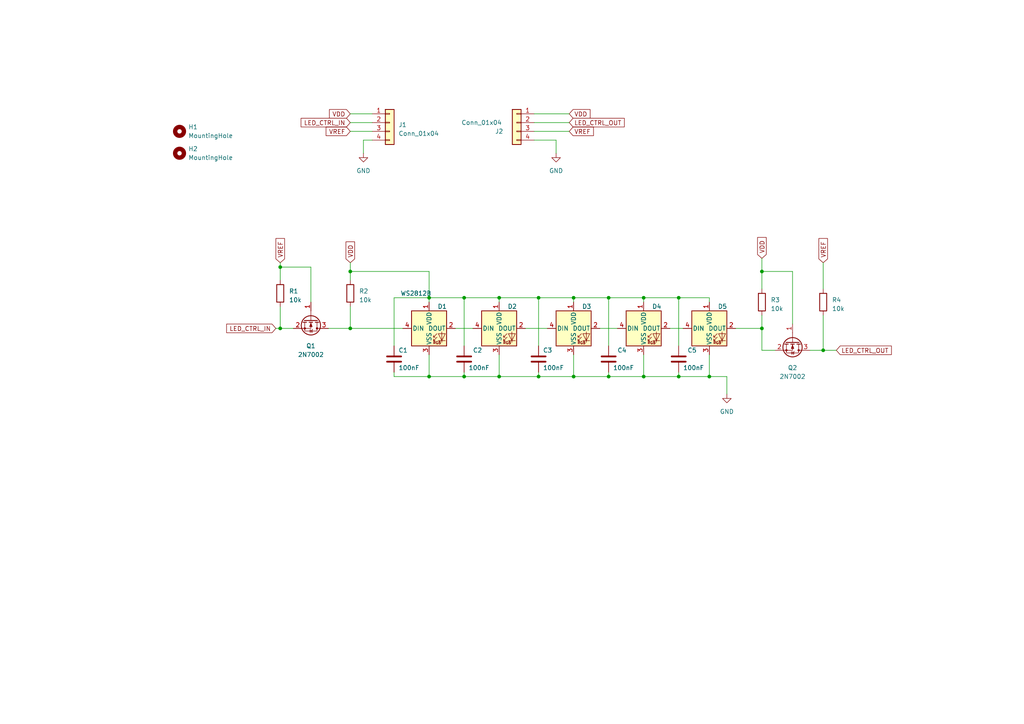
<source format=kicad_sch>
(kicad_sch (version 20230121) (generator eeschema)
  (paper "A4")
  (title_block (company "chof.org"))
  (lib_symbols
    (symbol "Connector_Generic:Conn_01x04" (pin_names (offset 1.016) hide)
      (property "Reference" "J" (at 0 5.08 0))
      (property "Value" "Conn_01x04" (at 0 -7.62 0))
      (symbol "Conn_01x04_1_1"
        (rectangle (start -1.27 -4.953) (end 0 -5.207) (stroke (width 0.1524)))
        (rectangle (start -1.27 -2.413) (end 0 -2.667) (stroke (width 0.1524)))
        (rectangle (start -1.27 0.127) (end 0 -0.127) (stroke (width 0.1524)))
        (rectangle (start -1.27 2.667) (end 0 2.413) (stroke (width 0.1524)))
        (rectangle (start -1.27 3.81) (end 1.27 -6.35) (stroke (width 0.254)) (fill (type background)))
        (pin passive line (at -5.08 2.54 0) (length 3.81) (name "Pin_1") (number "1"))
        (pin passive line (at -5.08 0 0) (length 3.81) (name "Pin_2") (number "2"))
        (pin passive line (at -5.08 -2.54 0) (length 3.81) (name "Pin_3") (number "3"))
        (pin passive line (at -5.08 -5.08 0) (length 3.81) (name "Pin_4") (number "4"))
      )
    )
    (symbol "Device:C" (pin_numbers hide) (pin_names (offset 0.254))
      (property "Reference" "C" (at 0.635 2.54 0))
      (property "Value" "C" (at 0.635 -2.54 0))
      (symbol "C_0_1"
        (polyline (pts (xy -2.032 -0.762) (xy 2.032 -0.762)) (stroke (width 0.508)))
        (polyline (pts (xy -2.032 0.762) (xy 2.032 0.762)) (stroke (width 0.508)))
      )
      (symbol "C_1_1"
        (pin passive line (at 0 3.81 270) (length 2.794) (name "~") (number "1"))
        (pin passive line (at 0 -3.81 90) (length 2.794) (name "~") (number "2"))
      )
    )
    (symbol "Device:R" (pin_numbers hide) (pin_names (offset 0))
      (property "Reference" "R" (at 2.032 0 90))
      (property "Value" "R" (at 0 0 90))
      (symbol "R_0_1"
        (rectangle (start -1.016 -2.54) (end 1.016 2.54) (stroke (width 0.254)))
      )
      (symbol "R_1_1"
        (pin passive line (at 0 3.81 270) (length 1.27) (name "~") (number "1"))
        (pin passive line (at 0 -3.81 90) (length 1.27) (name "~") (number "2"))
      )
    )
    (symbol "LED:WS2812B" (pin_names (offset 0.254))
      (property "Reference" "D" (at 5.08 5.715 0))
      (property "Value" "WS2812B" (at 1.27 -5.715 0))
      (symbol "WS2812B_0_0"
        (text "RGB" (at 2.286 -4.191 0) (effects (font (size 0.762 0.762))))
      )
      (symbol "WS2812B_0_1"
        (polyline (pts (xy 1.27 -3.556) (xy 1.778 -3.556)))
        (polyline (pts (xy 1.27 -2.54) (xy 1.778 -2.54)))
        (polyline (pts (xy 4.699 -3.556) (xy 2.667 -3.556)))
        (polyline (pts (xy 2.286 -2.54) (xy 1.27 -3.556) (xy 1.27 -3.048)))
        (polyline (pts (xy 2.286 -1.524) (xy 1.27 -2.54) (xy 1.27 -2.032)))
        (polyline (pts (xy 3.683 -1.016) (xy 3.683 -3.556) (xy 3.683 -4.064)))
        (polyline (pts (xy 4.699 -1.524) (xy 2.667 -1.524) (xy 3.683 -3.556) (xy 4.699 -1.524)))
        (rectangle (start 5.08 5.08) (end -5.08 -5.08) (stroke (width 0.254)) (fill (type background)))
      )
      (symbol "WS2812B_1_1"
        (pin power_in line (at 0 7.62 270) (length 2.54) (name "VDD") (number "1"))
        (pin output line (at 7.62 0 180) (length 2.54) (name "DOUT") (number "2"))
        (pin power_in line (at 0 -7.62 90) (length 2.54) (name "VSS") (number "3"))
        (pin input line (at -7.62 0 0) (length 2.54) (name "DIN") (number "4"))
      )
    )
    (symbol "Mechanical:MountingHole" (pin_names (offset 1.016))
      (property "Reference" "H" (at 0 5.08 0))
      (property "Value" "MountingHole" (at 0 3.175 0))
      (symbol "MountingHole_0_1"
        (circle (center 0 0) (radius 1.27) (stroke (width 1.27)))
      )
    )
    (symbol "Transistor_FET:2N7002" (pin_names hide)
      (property "Reference" "Q" (at 5.08 1.905 0))
      (property "Value" "2N7002" (at 5.08 0 0))
      (symbol "2N7002_0_1"
        (polyline (pts (xy 0.254 0) (xy -2.54 0)))
        (polyline (pts (xy 0.254 1.905) (xy 0.254 -1.905)) (stroke (width 0.254)))
        (polyline (pts (xy 0.762 -1.27) (xy 0.762 -2.286)) (stroke (width 0.254)))
        (polyline (pts (xy 0.762 0.508) (xy 0.762 -0.508)) (stroke (width 0.254)))
        (polyline (pts (xy 0.762 2.286) (xy 0.762 1.27)) (stroke (width 0.254)))
        (polyline (pts (xy 2.54 2.54) (xy 2.54 1.778)))
        (polyline (pts (xy 2.54 -2.54) (xy 2.54 0) (xy 0.762 0)))
        (polyline (pts (xy 0.762 -1.778) (xy 3.302 -1.778) (xy 3.302 1.778) (xy 0.762 1.778)))
        (polyline (pts (xy 1.016 0) (xy 2.032 0.381) (xy 2.032 -0.381) (xy 1.016 0)) (fill (type outline)))
        (polyline (pts (xy 2.794 0.508) (xy 2.921 0.381) (xy 3.683 0.381) (xy 3.81 0.254)))
        (polyline (pts (xy 3.302 0.381) (xy 2.921 -0.254) (xy 3.683 -0.254) (xy 3.302 0.381)))
        (circle (center 1.651 0) (radius 2.794) (stroke (width 0.254)))
        (circle (center 2.54 -1.778) (radius 0.254) (fill (type outline)))
        (circle (center 2.54 1.778) (radius 0.254) (fill (type outline)))
      )
      (symbol "2N7002_1_1"
        (pin input line (at -5.08 0 0) (length 2.54) (name "G") (number "1"))
        (pin passive line (at 2.54 -5.08 90) (length 2.54) (name "S") (number "2"))
        (pin passive line (at 2.54 5.08 270) (length 2.54) (name "D") (number "3"))
      )
    )
    (symbol "power:GND" (power) (pin_names (offset 0))
      (property "Value" "GND" (at 0 -3.81 0))
      (symbol "GND_0_1"
        (polyline (pts (xy 0 0) (xy 0 -1.27) (xy 1.27 -1.27) (xy 0 -2.54) (xy -1.27 -1.27) (xy 0 -1.27)))
      )
      (symbol "GND_1_1"
        (pin power_in line (at 0 0 270) (length 0) hide (name "GND") (number "1"))
      )
    )
  )
  (junction (at 124.46 109.22))
  (junction (at 166.37 86.36))
  (junction (at 81.28 77.47))
  (junction (at 134.62 109.22))
  (junction (at 220.98 95.25))
  (junction (at 144.78 109.22))
  (junction (at 220.98 78.74))
  (junction (at 101.6 78.74))
  (junction (at 156.21 86.36))
  (junction (at 176.53 86.36))
  (junction (at 156.21 109.22))
  (junction (at 144.78 86.36))
  (junction (at 238.76 101.6))
  (junction (at 166.37 109.22))
  (junction (at 124.46 86.36))
  (junction (at 196.85 109.22))
  (junction (at 81.28 95.25))
  (junction (at 101.6 95.25))
  (junction (at 186.69 86.36))
  (junction (at 134.62 86.36))
  (junction (at 196.85 86.36))
  (junction (at 186.69 109.22))
  (junction (at 205.74 109.22))
  (junction (at 176.53 109.22))
  (wire (pts (xy 95.25 95.25) (xy 101.6 95.25)))
  (wire (pts (xy 81.28 88.9) (xy 81.28 95.25)))
  (wire (pts (xy 205.74 109.22) (xy 196.85 109.22)))
  (wire (pts (xy 101.6 38.1) (xy 107.95 38.1)))
  (wire (pts (xy 238.76 76.2) (xy 238.76 83.82)))
  (wire (pts (xy 220.98 91.44) (xy 220.98 95.25)))
  (wire (pts (xy 186.69 102.87) (xy 186.69 109.22)))
  (wire (pts (xy 196.85 109.22) (xy 186.69 109.22)))
  (wire (pts (xy 114.3 109.22) (xy 124.46 109.22)))
  (wire (pts (xy 156.21 86.36) (xy 166.37 86.36)))
  (wire (pts (xy 134.62 109.22) (xy 124.46 109.22)))
  (wire (pts (xy 186.69 86.36) (xy 196.85 86.36)))
  (wire (pts (xy 220.98 74.93) (xy 220.98 78.74)))
  (wire (pts (xy 132.08 95.25) (xy 137.16 95.25)))
  (wire (pts (xy 144.78 102.87) (xy 144.78 109.22)))
  (wire (pts (xy 144.78 86.36) (xy 156.21 86.36)))
  (wire (pts (xy 80.01 95.25) (xy 81.28 95.25)))
  (wire (pts (xy 81.28 95.25) (xy 85.09 95.25)))
  (wire (pts (xy 196.85 107.95) (xy 196.85 109.22)))
  (wire (pts (xy 101.6 88.9) (xy 101.6 95.25)))
  (wire (pts (xy 101.6 78.74) (xy 124.46 78.74)))
  (wire (pts (xy 166.37 86.36) (xy 166.37 87.63)))
  (wire (pts (xy 210.82 109.22) (xy 205.74 109.22)))
  (wire (pts (xy 144.78 86.36) (xy 144.78 87.63)))
  (wire (pts (xy 194.31 95.25) (xy 198.12 95.25)))
  (wire (pts (xy 220.98 78.74) (xy 220.98 83.82)))
  (wire (pts (xy 101.6 78.74) (xy 101.6 81.28)))
  (wire (pts (xy 238.76 101.6) (xy 234.95 101.6)))
  (wire (pts (xy 213.36 95.25) (xy 220.98 95.25)))
  (wire (pts (xy 152.4 95.25) (xy 158.75 95.25)))
  (wire (pts (xy 156.21 86.36) (xy 156.21 100.33)))
  (wire (pts (xy 176.53 86.36) (xy 176.53 100.33)))
  (wire (pts (xy 196.85 86.36) (xy 196.85 100.33)))
  (wire (pts (xy 154.94 35.56) (xy 165.1 35.56)))
  (wire (pts (xy 238.76 101.6) (xy 242.57 101.6)))
  (wire (pts (xy 154.94 38.1) (xy 165.1 38.1)))
  (wire (pts (xy 90.17 77.47) (xy 90.17 87.63)))
  (wire (pts (xy 238.76 91.44) (xy 238.76 101.6)))
  (wire (pts (xy 176.53 107.95) (xy 176.53 109.22)))
  (wire (pts (xy 166.37 109.22) (xy 156.21 109.22)))
  (wire (pts (xy 220.98 95.25) (xy 220.98 101.6)))
  (wire (pts (xy 124.46 86.36) (xy 134.62 86.36)))
  (wire (pts (xy 166.37 86.36) (xy 176.53 86.36)))
  (wire (pts (xy 156.21 109.22) (xy 144.78 109.22)))
  (wire (pts (xy 134.62 86.36) (xy 144.78 86.36)))
  (wire (pts (xy 205.74 102.87) (xy 205.74 109.22)))
  (wire (pts (xy 105.41 40.64) (xy 105.41 44.45)))
  (wire (pts (xy 186.69 86.36) (xy 186.69 87.63)))
  (wire (pts (xy 154.94 33.02) (xy 165.1 33.02)))
  (wire (pts (xy 205.74 87.63) (xy 205.74 86.36)))
  (wire (pts (xy 101.6 33.02) (xy 107.95 33.02)))
  (wire (pts (xy 205.74 86.36) (xy 196.85 86.36)))
  (wire (pts (xy 229.87 78.74) (xy 220.98 78.74)))
  (wire (pts (xy 81.28 76.2) (xy 81.28 77.47)))
  (wire (pts (xy 186.69 109.22) (xy 176.53 109.22)))
  (wire (pts (xy 161.29 40.64) (xy 161.29 44.45)))
  (wire (pts (xy 156.21 107.95) (xy 156.21 109.22)))
  (wire (pts (xy 101.6 35.56) (xy 107.95 35.56)))
  (wire (pts (xy 154.94 40.64) (xy 161.29 40.64)))
  (wire (pts (xy 114.3 107.95) (xy 114.3 109.22)))
  (wire (pts (xy 173.99 95.25) (xy 179.07 95.25)))
  (wire (pts (xy 124.46 86.36) (xy 124.46 87.63)))
  (wire (pts (xy 220.98 101.6) (xy 224.79 101.6)))
  (wire (pts (xy 114.3 86.36) (xy 114.3 100.33)))
  (wire (pts (xy 101.6 95.25) (xy 116.84 95.25)))
  (wire (pts (xy 124.46 78.74) (xy 124.46 86.36)))
  (wire (pts (xy 114.3 86.36) (xy 124.46 86.36)))
  (wire (pts (xy 210.82 114.3) (xy 210.82 109.22)))
  (wire (pts (xy 144.78 109.22) (xy 134.62 109.22)))
  (wire (pts (xy 176.53 86.36) (xy 186.69 86.36)))
  (wire (pts (xy 134.62 86.36) (xy 134.62 100.33)))
  (wire (pts (xy 101.6 76.2) (xy 101.6 78.74)))
  (wire (pts (xy 81.28 77.47) (xy 90.17 77.47)))
  (wire (pts (xy 166.37 102.87) (xy 166.37 109.22)))
  (wire (pts (xy 176.53 109.22) (xy 166.37 109.22)))
  (wire (pts (xy 107.95 40.64) (xy 105.41 40.64)))
  (wire (pts (xy 124.46 102.87) (xy 124.46 109.22)))
  (wire (pts (xy 81.28 77.47) (xy 81.28 81.28)))
  (wire (pts (xy 134.62 107.95) (xy 134.62 109.22)))
  (wire (pts (xy 229.87 93.98) (xy 229.87 78.74)))
  (global_label "VDD" (shape input) (at 101.6 33.02 180) (property "Intersheetrefs" "${INTERSHEET_REFS}" (effects hide)))
  (global_label "VREF" (shape input) (at 81.28 76.2 90) (property "Intersheetrefs" "${INTERSHEET_REFS}" (effects hide)))
  (global_label "VREF" (shape input) (at 165.1 38.1 0) (property "Intersheetrefs" "${INTERSHEET_REFS}" (effects hide)))
  (global_label "VDD" (shape input) (at 101.6 76.2 90) (property "Intersheetrefs" "${INTERSHEET_REFS}" (effects hide)))
  (global_label "VREF" (shape input) (at 101.6 38.1 180) (property "Intersheetrefs" "${INTERSHEET_REFS}" (effects hide)))
  (global_label "LED_CTRL_IN" (shape input) (at 80.01 95.25 180) (property "Intersheetrefs" "${INTERSHEET_REFS}" (effects hide)))
  (global_label "LED_CTRL_OUT" (shape input) (at 242.57 101.6 0) (property "Intersheetrefs" "${INTERSHEET_REFS}" (effects hide)))
  (global_label "LED_CTRL_OUT" (shape input) (at 165.1 35.56 0) (property "Intersheetrefs" "${INTERSHEET_REFS}" (effects hide)))
  (global_label "VREF" (shape input) (at 238.76 76.2 90) (property "Intersheetrefs" "${INTERSHEET_REFS}" (effects hide)))
  (global_label "VDD" (shape input) (at 220.98 74.93 90) (property "Intersheetrefs" "${INTERSHEET_REFS}" (effects hide)))
  (global_label "LED_CTRL_IN" (shape input) (at 101.6 35.56 180) (property "Intersheetrefs" "${INTERSHEET_REFS}" (effects hide)))
  (global_label "VDD" (shape input) (at 165.1 33.02 0) (property "Intersheetrefs" "${INTERSHEET_REFS}" (effects hide)))
  (symbol (lib_id "LED:WS2812B") (at 186.69 95.25 0) (unit 1)
    (property "Reference" "D4" (at 190.5 88.9 0))
    (property "Value" "WS2812B" (effects hide))
    (property "Footprint" "LED_SMD:LED_WS2812B_PLCC4_5.0x5.0mm_P3.2mm" (effects hide))
    (property "Datasheet" "https://cdn-shop.adafruit.com/datasheets/WS2812B.pdf" (effects hide))
  )
  (symbol (lib_id "Connector_Generic:Conn_01x04") (at 113.03 35.56 0) (unit 1)
    (property "Reference" "J1" (at 115.57 36.195 0) (effects (justify left)))
    (property "Value" "Conn_01x04" (at 115.57 38.735 0) (effects (justify left)))
    (property "Footprint" "Connector_PinHeader_2.54mm:PinHeader_1x04_P2.54mm_Vertical" (effects hide))
  )
  (symbol (lib_id "Device:C") (at 134.62 104.14 0) (unit 1)
    (property "Reference" "C2" (at 137.16 101.6 0) (effects (justify left)))
    (property "Value" "100nF" (at 135.89 106.68 0) (effects (justify left)))
    (property "Footprint" "Capacitor_SMD:C_0603_1608Metric_Pad1.08x0.95mm_HandSolder" (effects hide))
  )
  (symbol (lib_id "Device:R") (at 220.98 87.63 0) (unit 1)
    (property "Reference" "R3" (at 223.52 86.995 0) (effects (justify left)))
    (property "Value" "10k" (at 223.52 89.535 0) (effects (justify left)))
    (property "Footprint" "Resistor_SMD:R_0603_1608Metric_Pad0.98x0.95mm_HandSolder" (effects hide))
  )
  (symbol (lib_id "Connector_Generic:Conn_01x04") (at 149.86 35.56 0) (mirror y) (unit 1)
    (property "Reference" "J2" (at 144.78 38.1 0))
    (property "Value" "Conn_01x04" (at 139.7 35.56 0))
    (property "Footprint" "Connector_PinHeader_2.54mm:PinHeader_1x04_P2.54mm_Vertical" (effects hide))
  )
  (symbol (lib_id "power:GND") (at 210.82 114.3 0) (unit 1)
    (property "Reference" "#PWR02" (effects hide))
    (property "Value" "GND" (at 210.82 119.38 0))
  )
  (symbol (lib_id "Device:C") (at 114.3 104.14 0) (unit 1)
    (property "Reference" "C1" (at 115.57 101.6 0) (effects (justify left)))
    (property "Value" "100nF" (at 115.57 106.68 0) (effects (justify left)))
    (property "Footprint" "Capacitor_SMD:C_0603_1608Metric_Pad1.08x0.95mm_HandSolder" (effects hide))
  )
  (symbol (lib_id "Device:R") (at 101.6 85.09 0) (unit 1)
    (property "Reference" "R2" (at 104.14 84.455 0) (effects (justify left)))
    (property "Value" "10k" (at 104.14 86.995 0) (effects (justify left)))
    (property "Footprint" "Resistor_SMD:R_0603_1608Metric_Pad0.98x0.95mm_HandSolder" (effects hide))
  )
  (symbol (lib_id "LED:WS2812B") (at 144.78 95.25 0) (unit 1)
    (property "Reference" "D2" (at 148.59 88.9 0))
    (property "Value" "WS2812B" (effects hide))
    (property "Footprint" "LED_SMD:LED_WS2812B_PLCC4_5.0x5.0mm_P3.2mm" (effects hide))
    (property "Datasheet" "https://cdn-shop.adafruit.com/datasheets/WS2812B.pdf" (effects hide))
  )
  (symbol (lib_id "power:GND") (at 105.41 44.45 0) (unit 1)
    (property "Reference" "#PWR01" (effects hide))
    (property "Value" "GND" (at 105.41 49.53 0))
  )
  (symbol (lib_id "Device:R") (at 81.28 85.09 0) (unit 1)
    (property "Reference" "R1" (at 83.82 84.455 0) (effects (justify left)))
    (property "Value" "10k" (at 83.82 86.995 0) (effects (justify left)))
    (property "Footprint" "Resistor_SMD:R_0603_1608Metric_Pad0.98x0.95mm_HandSolder" (effects hide))
  )
  (symbol (lib_id "Transistor_FET:2N7002") (at 90.17 92.71 270) (unit 1)
    (property "Reference" "Q1" (at 90.17 100.33 90))
    (property "Value" "2N7002" (at 90.17 102.87 90))
    (property "Footprint" "Package_TO_SOT_SMD:SOT-23" (effects hide))
    (property "Datasheet" "https://www.onsemi.com/pub/Collateral/NDS7002A-D.PDF" (effects hide))
  )
  (symbol (lib_id "Device:R") (at 238.76 87.63 0) (unit 1)
    (property "Reference" "R4" (at 241.3 86.995 0) (effects (justify left)))
    (property "Value" "10k" (at 241.3 89.535 0) (effects (justify left)))
    (property "Footprint" "Resistor_SMD:R_0603_1608Metric_Pad0.98x0.95mm_HandSolder" (effects hide))
  )
  (symbol (lib_id "LED:WS2812B") (at 205.74 95.25 0) (unit 1)
    (property "Reference" "D5" (at 209.55 88.9 0))
    (property "Value" "WS2812B" (effects hide))
    (property "Footprint" "LED_SMD:LED_WS2812B_PLCC4_5.0x5.0mm_P3.2mm" (effects hide))
    (property "Datasheet" "https://cdn-shop.adafruit.com/datasheets/WS2812B.pdf" (effects hide))
  )
  (symbol (lib_id "power:GND") (at 161.29 44.45 0) (unit 1)
    (property "Reference" "#PWR03" (effects hide))
    (property "Value" "GND" (at 161.29 49.53 0))
  )
  (symbol (lib_id "Device:C") (at 176.53 104.14 0) (unit 1)
    (property "Reference" "C4" (at 179.07 101.6 0) (effects (justify left)))
    (property "Value" "100nF" (at 177.8 106.68 0) (effects (justify left)))
    (property "Footprint" "Capacitor_SMD:C_0603_1608Metric_Pad1.08x0.95mm_HandSolder" (effects hide))
  )
  (symbol (lib_id "Transistor_FET:2N7002") (at 229.87 99.06 270) (unit 1)
    (property "Reference" "Q2" (at 229.87 106.68 90))
    (property "Value" "2N7002" (at 229.87 109.22 90))
    (property "Footprint" "Package_TO_SOT_SMD:SOT-23" (effects hide))
    (property "Datasheet" "https://www.onsemi.com/pub/Collateral/NDS7002A-D.PDF" (effects hide))
  )
  (symbol (lib_id "LED:WS2812B") (at 166.37 95.25 0) (unit 1)
    (property "Reference" "D3" (at 170.18 88.9 0))
    (property "Value" "WS2812B" (effects hide))
    (property "Footprint" "LED_SMD:LED_WS2812B_PLCC4_5.0x5.0mm_P3.2mm" (effects hide))
    (property "Datasheet" "https://cdn-shop.adafruit.com/datasheets/WS2812B.pdf" (effects hide))
  )
  (symbol (lib_id "Mechanical:MountingHole") (at 52.07 38.1 0) (unit 1)
    (property "Reference" "H1" (at 54.61 36.8299 0) (effects (justify left)))
    (property "Value" "MountingHole" (at 54.61 39.3699 0) (effects (justify left)))
    (property "Footprint" "MountingHole:MountingHole_3.2mm_M3-smallBorder" (effects hide))
  )
  (symbol (lib_id "LED:WS2812B") (at 124.46 95.25 0) (unit 1)
    (property "Reference" "D1" (at 128.27 88.9 0))
    (property "Value" "WS2812B" (at 120.65 85.09 0))
    (property "Footprint" "LED_SMD:LED_WS2812B_PLCC4_5.0x5.0mm_P3.2mm" (effects hide))
    (property "Datasheet" "https://cdn-shop.adafruit.com/datasheets/WS2812B.pdf" (effects hide))
  )
  (symbol (lib_id "Mechanical:MountingHole") (at 52.07 44.45 0) (unit 1)
    (property "Reference" "H2" (at 54.61 43.1799 0) (effects (justify left)))
    (property "Value" "MountingHole" (at 54.61 45.7199 0) (effects (justify left)))
    (property "Footprint" "MountingHole:MountingHole_3.2mm_M3-smallBorder" (effects hide))
  )
  (symbol (lib_id "Device:C") (at 156.21 104.14 0) (unit 1)
    (property "Reference" "C3" (at 157.48 101.6 0) (effects (justify left)))
    (property "Value" "100nF" (at 157.48 106.68 0) (effects (justify left)))
    (property "Footprint" "Capacitor_SMD:C_0603_1608Metric_Pad1.08x0.95mm_HandSolder" (effects hide))
  )
  (symbol (lib_id "Device:C") (at 196.85 104.14 0) (unit 1)
    (property "Reference" "C5" (at 199.39 101.6 0) (effects (justify left)))
    (property "Value" "100nF" (at 198.12 106.68 0) (effects (justify left)))
    (property "Footprint" "Capacitor_SMD:C_0603_1608Metric_Pad1.08x0.95mm_HandSolder" (effects hide))
  )
)
</source>
